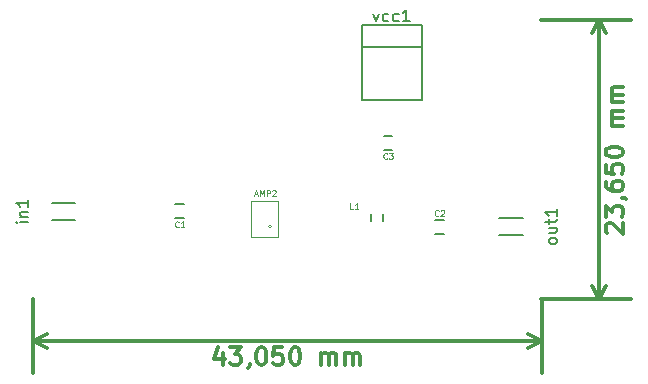
<source format=gbr>
G04 #@! TF.FileFunction,Legend,Top*
%FSLAX46Y46*%
G04 Gerber Fmt 4.6, Leading zero omitted, Abs format (unit mm)*
G04 Created by KiCad (PCBNEW 4.0.2+dfsg1-stable) date Qua 18 Mai 2016 07:57:35 BRT*
%MOMM*%
G01*
G04 APERTURE LIST*
%ADD10C,0.100000*%
%ADD11C,0.300000*%
%ADD12C,0.150000*%
%ADD13C,0.050000*%
G04 APERTURE END LIST*
D10*
D11*
X209596429Y-114389285D02*
X209525000Y-114317856D01*
X209453571Y-114174999D01*
X209453571Y-113817856D01*
X209525000Y-113674999D01*
X209596429Y-113603570D01*
X209739286Y-113532142D01*
X209882143Y-113532142D01*
X210096429Y-113603570D01*
X210953571Y-114460713D01*
X210953571Y-113532142D01*
X209453571Y-113032142D02*
X209453571Y-112103571D01*
X210025000Y-112603571D01*
X210025000Y-112389285D01*
X210096429Y-112246428D01*
X210167857Y-112174999D01*
X210310714Y-112103571D01*
X210667857Y-112103571D01*
X210810714Y-112174999D01*
X210882143Y-112246428D01*
X210953571Y-112389285D01*
X210953571Y-112817857D01*
X210882143Y-112960714D01*
X210810714Y-113032142D01*
X210882143Y-111389286D02*
X210953571Y-111389286D01*
X211096429Y-111460714D01*
X211167857Y-111532143D01*
X209453571Y-110103571D02*
X209453571Y-110389285D01*
X209525000Y-110532142D01*
X209596429Y-110603571D01*
X209810714Y-110746428D01*
X210096429Y-110817857D01*
X210667857Y-110817857D01*
X210810714Y-110746428D01*
X210882143Y-110675000D01*
X210953571Y-110532142D01*
X210953571Y-110246428D01*
X210882143Y-110103571D01*
X210810714Y-110032142D01*
X210667857Y-109960714D01*
X210310714Y-109960714D01*
X210167857Y-110032142D01*
X210096429Y-110103571D01*
X210025000Y-110246428D01*
X210025000Y-110532142D01*
X210096429Y-110675000D01*
X210167857Y-110746428D01*
X210310714Y-110817857D01*
X209453571Y-108603571D02*
X209453571Y-109317857D01*
X210167857Y-109389286D01*
X210096429Y-109317857D01*
X210025000Y-109175000D01*
X210025000Y-108817857D01*
X210096429Y-108675000D01*
X210167857Y-108603571D01*
X210310714Y-108532143D01*
X210667857Y-108532143D01*
X210810714Y-108603571D01*
X210882143Y-108675000D01*
X210953571Y-108817857D01*
X210953571Y-109175000D01*
X210882143Y-109317857D01*
X210810714Y-109389286D01*
X209453571Y-107603572D02*
X209453571Y-107460715D01*
X209525000Y-107317858D01*
X209596429Y-107246429D01*
X209739286Y-107175000D01*
X210025000Y-107103572D01*
X210382143Y-107103572D01*
X210667857Y-107175000D01*
X210810714Y-107246429D01*
X210882143Y-107317858D01*
X210953571Y-107460715D01*
X210953571Y-107603572D01*
X210882143Y-107746429D01*
X210810714Y-107817858D01*
X210667857Y-107889286D01*
X210382143Y-107960715D01*
X210025000Y-107960715D01*
X209739286Y-107889286D01*
X209596429Y-107817858D01*
X209525000Y-107746429D01*
X209453571Y-107603572D01*
X210953571Y-105317858D02*
X209953571Y-105317858D01*
X210096429Y-105317858D02*
X210025000Y-105246430D01*
X209953571Y-105103572D01*
X209953571Y-104889287D01*
X210025000Y-104746430D01*
X210167857Y-104675001D01*
X210953571Y-104675001D01*
X210167857Y-104675001D02*
X210025000Y-104603572D01*
X209953571Y-104460715D01*
X209953571Y-104246430D01*
X210025000Y-104103572D01*
X210167857Y-104032144D01*
X210953571Y-104032144D01*
X210953571Y-103317858D02*
X209953571Y-103317858D01*
X210096429Y-103317858D02*
X210025000Y-103246430D01*
X209953571Y-103103572D01*
X209953571Y-102889287D01*
X210025000Y-102746430D01*
X210167857Y-102675001D01*
X210953571Y-102675001D01*
X210167857Y-102675001D02*
X210025000Y-102603572D01*
X209953571Y-102460715D01*
X209953571Y-102246430D01*
X210025000Y-102103572D01*
X210167857Y-102032144D01*
X210953571Y-102032144D01*
X208925000Y-120000000D02*
X208925000Y-96350000D01*
X204000000Y-120000000D02*
X211625000Y-120000000D01*
X204000000Y-96350000D02*
X211625000Y-96350000D01*
X208925000Y-96350000D02*
X209511421Y-97476504D01*
X208925000Y-96350000D02*
X208338579Y-97476504D01*
X208925000Y-120000000D02*
X209511421Y-118873496D01*
X208925000Y-120000000D02*
X208338579Y-118873496D01*
X177025001Y-124578571D02*
X177025001Y-125578571D01*
X176667858Y-124007143D02*
X176310715Y-125078571D01*
X177239287Y-125078571D01*
X177667858Y-124078571D02*
X178596429Y-124078571D01*
X178096429Y-124650000D01*
X178310715Y-124650000D01*
X178453572Y-124721429D01*
X178525001Y-124792857D01*
X178596429Y-124935714D01*
X178596429Y-125292857D01*
X178525001Y-125435714D01*
X178453572Y-125507143D01*
X178310715Y-125578571D01*
X177882143Y-125578571D01*
X177739286Y-125507143D01*
X177667858Y-125435714D01*
X179310714Y-125507143D02*
X179310714Y-125578571D01*
X179239286Y-125721429D01*
X179167857Y-125792857D01*
X180239286Y-124078571D02*
X180382143Y-124078571D01*
X180525000Y-124150000D01*
X180596429Y-124221429D01*
X180667858Y-124364286D01*
X180739286Y-124650000D01*
X180739286Y-125007143D01*
X180667858Y-125292857D01*
X180596429Y-125435714D01*
X180525000Y-125507143D01*
X180382143Y-125578571D01*
X180239286Y-125578571D01*
X180096429Y-125507143D01*
X180025000Y-125435714D01*
X179953572Y-125292857D01*
X179882143Y-125007143D01*
X179882143Y-124650000D01*
X179953572Y-124364286D01*
X180025000Y-124221429D01*
X180096429Y-124150000D01*
X180239286Y-124078571D01*
X182096429Y-124078571D02*
X181382143Y-124078571D01*
X181310714Y-124792857D01*
X181382143Y-124721429D01*
X181525000Y-124650000D01*
X181882143Y-124650000D01*
X182025000Y-124721429D01*
X182096429Y-124792857D01*
X182167857Y-124935714D01*
X182167857Y-125292857D01*
X182096429Y-125435714D01*
X182025000Y-125507143D01*
X181882143Y-125578571D01*
X181525000Y-125578571D01*
X181382143Y-125507143D01*
X181310714Y-125435714D01*
X183096428Y-124078571D02*
X183239285Y-124078571D01*
X183382142Y-124150000D01*
X183453571Y-124221429D01*
X183525000Y-124364286D01*
X183596428Y-124650000D01*
X183596428Y-125007143D01*
X183525000Y-125292857D01*
X183453571Y-125435714D01*
X183382142Y-125507143D01*
X183239285Y-125578571D01*
X183096428Y-125578571D01*
X182953571Y-125507143D01*
X182882142Y-125435714D01*
X182810714Y-125292857D01*
X182739285Y-125007143D01*
X182739285Y-124650000D01*
X182810714Y-124364286D01*
X182882142Y-124221429D01*
X182953571Y-124150000D01*
X183096428Y-124078571D01*
X185382142Y-125578571D02*
X185382142Y-124578571D01*
X185382142Y-124721429D02*
X185453570Y-124650000D01*
X185596428Y-124578571D01*
X185810713Y-124578571D01*
X185953570Y-124650000D01*
X186024999Y-124792857D01*
X186024999Y-125578571D01*
X186024999Y-124792857D02*
X186096428Y-124650000D01*
X186239285Y-124578571D01*
X186453570Y-124578571D01*
X186596428Y-124650000D01*
X186667856Y-124792857D01*
X186667856Y-125578571D01*
X187382142Y-125578571D02*
X187382142Y-124578571D01*
X187382142Y-124721429D02*
X187453570Y-124650000D01*
X187596428Y-124578571D01*
X187810713Y-124578571D01*
X187953570Y-124650000D01*
X188024999Y-124792857D01*
X188024999Y-125578571D01*
X188024999Y-124792857D02*
X188096428Y-124650000D01*
X188239285Y-124578571D01*
X188453570Y-124578571D01*
X188596428Y-124650000D01*
X188667856Y-124792857D01*
X188667856Y-125578571D01*
X204050000Y-123550000D02*
X161000000Y-123550000D01*
X204050000Y-120000000D02*
X204050000Y-126250000D01*
X161000000Y-120000000D02*
X161000000Y-126250000D01*
X161000000Y-123550000D02*
X162126504Y-122963579D01*
X161000000Y-123550000D02*
X162126504Y-124136421D01*
X204050000Y-123550000D02*
X202923496Y-122963579D01*
X204050000Y-123550000D02*
X202923496Y-124136421D01*
D12*
X189600000Y-112750000D02*
X189600000Y-113350000D01*
X190600000Y-112750000D02*
X190600000Y-113350000D01*
X162550000Y-111809500D02*
X164550000Y-111809500D01*
X162550000Y-113290500D02*
X164550000Y-113290500D01*
X202450000Y-114590500D02*
X200450000Y-114590500D01*
X202450000Y-113109500D02*
X200450000Y-113109500D01*
X193890000Y-98655000D02*
X188810000Y-98655000D01*
X193890000Y-103100000D02*
X188810000Y-103100000D01*
X188810000Y-96750000D02*
X193890000Y-96750000D01*
X188810000Y-96750000D02*
X188810000Y-103100000D01*
X193890000Y-96750000D02*
X193890000Y-103100000D01*
D13*
X181136803Y-113850000D02*
G75*
G03X181136803Y-113850000I-111803J0D01*
G01*
X181725000Y-114700000D02*
X181725000Y-111700000D01*
X181725000Y-111700000D02*
X179425000Y-111700000D01*
X179425000Y-111700000D02*
X179425000Y-114700000D01*
X179425000Y-114700000D02*
X181725000Y-114700000D01*
D12*
X173725000Y-113150000D02*
X173025000Y-113150000D01*
X173025000Y-111950000D02*
X173725000Y-111950000D01*
X195050000Y-113250000D02*
X195750000Y-113250000D01*
X195750000Y-114450000D02*
X195050000Y-114450000D01*
X191375000Y-107375000D02*
X190675000Y-107375000D01*
X190675000Y-106175000D02*
X191375000Y-106175000D01*
D10*
X188091667Y-112351190D02*
X187853572Y-112351190D01*
X187853572Y-111851190D01*
X188520238Y-112351190D02*
X188234524Y-112351190D01*
X188377381Y-112351190D02*
X188377381Y-111851190D01*
X188329762Y-111922619D01*
X188282143Y-111970238D01*
X188234524Y-111994048D01*
D12*
X160562381Y-113488571D02*
X159895714Y-113488571D01*
X159562381Y-113488571D02*
X159610000Y-113536190D01*
X159657619Y-113488571D01*
X159610000Y-113440952D01*
X159562381Y-113488571D01*
X159657619Y-113488571D01*
X159895714Y-113012381D02*
X160562381Y-113012381D01*
X159990952Y-113012381D02*
X159943333Y-112964762D01*
X159895714Y-112869524D01*
X159895714Y-112726666D01*
X159943333Y-112631428D01*
X160038571Y-112583809D01*
X160562381Y-112583809D01*
X160562381Y-111583809D02*
X160562381Y-112155238D01*
X160562381Y-111869524D02*
X159562381Y-111869524D01*
X159705238Y-111964762D01*
X159800476Y-112060000D01*
X159848095Y-112155238D01*
X205342381Y-115125715D02*
X205294762Y-115220953D01*
X205247143Y-115268572D01*
X205151905Y-115316191D01*
X204866190Y-115316191D01*
X204770952Y-115268572D01*
X204723333Y-115220953D01*
X204675714Y-115125715D01*
X204675714Y-114982857D01*
X204723333Y-114887619D01*
X204770952Y-114840000D01*
X204866190Y-114792381D01*
X205151905Y-114792381D01*
X205247143Y-114840000D01*
X205294762Y-114887619D01*
X205342381Y-114982857D01*
X205342381Y-115125715D01*
X204675714Y-113935238D02*
X205342381Y-113935238D01*
X204675714Y-114363810D02*
X205199524Y-114363810D01*
X205294762Y-114316191D01*
X205342381Y-114220953D01*
X205342381Y-114078095D01*
X205294762Y-113982857D01*
X205247143Y-113935238D01*
X204675714Y-113601905D02*
X204675714Y-113220953D01*
X204342381Y-113459048D02*
X205199524Y-113459048D01*
X205294762Y-113411429D01*
X205342381Y-113316191D01*
X205342381Y-113220953D01*
X205342381Y-112363809D02*
X205342381Y-112935238D01*
X205342381Y-112649524D02*
X204342381Y-112649524D01*
X204485238Y-112744762D01*
X204580476Y-112840000D01*
X204628095Y-112935238D01*
X189778571Y-95810714D02*
X190016666Y-96477381D01*
X190254762Y-95810714D01*
X191064286Y-96429762D02*
X190969048Y-96477381D01*
X190778571Y-96477381D01*
X190683333Y-96429762D01*
X190635714Y-96382143D01*
X190588095Y-96286905D01*
X190588095Y-96001190D01*
X190635714Y-95905952D01*
X190683333Y-95858333D01*
X190778571Y-95810714D01*
X190969048Y-95810714D01*
X191064286Y-95858333D01*
X191921429Y-96429762D02*
X191826191Y-96477381D01*
X191635714Y-96477381D01*
X191540476Y-96429762D01*
X191492857Y-96382143D01*
X191445238Y-96286905D01*
X191445238Y-96001190D01*
X191492857Y-95905952D01*
X191540476Y-95858333D01*
X191635714Y-95810714D01*
X191826191Y-95810714D01*
X191921429Y-95858333D01*
X192873810Y-96477381D02*
X192302381Y-96477381D01*
X192588095Y-96477381D02*
X192588095Y-95477381D01*
X192492857Y-95620238D01*
X192397619Y-95715476D01*
X192302381Y-95763095D01*
D10*
X179732143Y-111108333D02*
X179970238Y-111108333D01*
X179684524Y-111251190D02*
X179851191Y-110751190D01*
X180017857Y-111251190D01*
X180184524Y-111251190D02*
X180184524Y-110751190D01*
X180351190Y-111108333D01*
X180517857Y-110751190D01*
X180517857Y-111251190D01*
X180755953Y-111251190D02*
X180755953Y-110751190D01*
X180946429Y-110751190D01*
X180994048Y-110775000D01*
X181017857Y-110798810D01*
X181041667Y-110846429D01*
X181041667Y-110917857D01*
X181017857Y-110965476D01*
X180994048Y-110989286D01*
X180946429Y-111013095D01*
X180755953Y-111013095D01*
X181232143Y-110798810D02*
X181255953Y-110775000D01*
X181303572Y-110751190D01*
X181422619Y-110751190D01*
X181470238Y-110775000D01*
X181494048Y-110798810D01*
X181517857Y-110846429D01*
X181517857Y-110894048D01*
X181494048Y-110965476D01*
X181208334Y-111251190D01*
X181517857Y-111251190D01*
X173301667Y-113848571D02*
X173277857Y-113872381D01*
X173206429Y-113896190D01*
X173158810Y-113896190D01*
X173087381Y-113872381D01*
X173039762Y-113824762D01*
X173015953Y-113777143D01*
X172992143Y-113681905D01*
X172992143Y-113610476D01*
X173015953Y-113515238D01*
X173039762Y-113467619D01*
X173087381Y-113420000D01*
X173158810Y-113396190D01*
X173206429Y-113396190D01*
X173277857Y-113420000D01*
X173301667Y-113443810D01*
X173777857Y-113896190D02*
X173492143Y-113896190D01*
X173635000Y-113896190D02*
X173635000Y-113396190D01*
X173587381Y-113467619D01*
X173539762Y-113515238D01*
X173492143Y-113539048D01*
X195306667Y-112908571D02*
X195282857Y-112932381D01*
X195211429Y-112956190D01*
X195163810Y-112956190D01*
X195092381Y-112932381D01*
X195044762Y-112884762D01*
X195020953Y-112837143D01*
X194997143Y-112741905D01*
X194997143Y-112670476D01*
X195020953Y-112575238D01*
X195044762Y-112527619D01*
X195092381Y-112480000D01*
X195163810Y-112456190D01*
X195211429Y-112456190D01*
X195282857Y-112480000D01*
X195306667Y-112503810D01*
X195497143Y-112503810D02*
X195520953Y-112480000D01*
X195568572Y-112456190D01*
X195687619Y-112456190D01*
X195735238Y-112480000D01*
X195759048Y-112503810D01*
X195782857Y-112551429D01*
X195782857Y-112599048D01*
X195759048Y-112670476D01*
X195473334Y-112956190D01*
X195782857Y-112956190D01*
X190951667Y-108073571D02*
X190927857Y-108097381D01*
X190856429Y-108121190D01*
X190808810Y-108121190D01*
X190737381Y-108097381D01*
X190689762Y-108049762D01*
X190665953Y-108002143D01*
X190642143Y-107906905D01*
X190642143Y-107835476D01*
X190665953Y-107740238D01*
X190689762Y-107692619D01*
X190737381Y-107645000D01*
X190808810Y-107621190D01*
X190856429Y-107621190D01*
X190927857Y-107645000D01*
X190951667Y-107668810D01*
X191118334Y-107621190D02*
X191427857Y-107621190D01*
X191261191Y-107811667D01*
X191332619Y-107811667D01*
X191380238Y-107835476D01*
X191404048Y-107859286D01*
X191427857Y-107906905D01*
X191427857Y-108025952D01*
X191404048Y-108073571D01*
X191380238Y-108097381D01*
X191332619Y-108121190D01*
X191189762Y-108121190D01*
X191142143Y-108097381D01*
X191118334Y-108073571D01*
M02*

</source>
